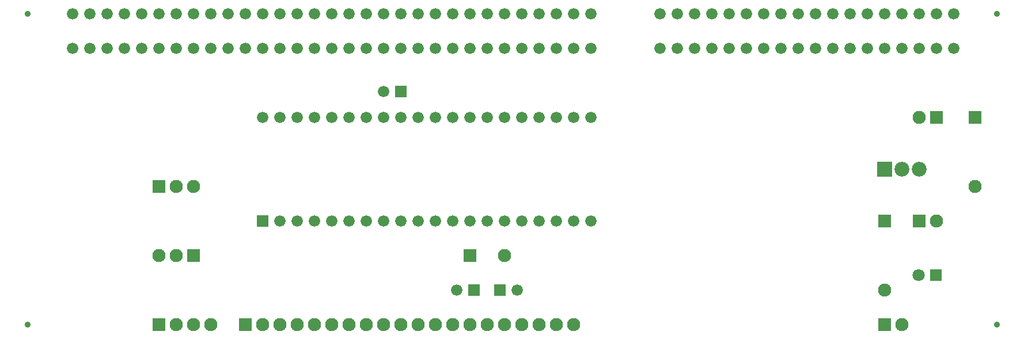
<source format=gbr>
G04 Title: PIC18f452-3COM3C509b-Ethernet, solder mask component side *
G04 Creator: pcb-bin 20050127 *
G04 CreationDate: Sat Apr 23 10:34:43 2005 UTC *
G04 For: jan *
G04 Format: Gerber/RS-274X *
G04 PCB-Dimensions: 600000 220000 *
G04 PCB-Coordinate-Origin: lower left *
%MOIN*%
%FSLAX24Y24*%
%IPPOS*%
%ADD11C,0.0400*%
%ADD12C,0.0100*%
%ADD13C,0.0080*%
%ADD14R,0.0650X0.0650*%
%ADD15R,0.0710X0.0710*%
%ADD16C,0.0650*%
%ADD17C,0.0710*%
%ADD18R,0.0700X0.0700*%
%ADD19R,0.0760X0.0760*%
%ADD20C,0.0700*%
%ADD21C,0.0760*%
%ADD22C,0.0200*%
%ADD23R,0.0600X0.0600*%
%ADD24R,0.0660X0.0660*%
%ADD25C,0.0600*%
%ADD26C,0.0660*%
%ADD27R,0.0800X0.0800*%
%ADD28R,0.0860X0.0860*%
%ADD29C,0.0800*%
%ADD30C,0.0860*%
%ADD31C,0.1575*%
%ADD32C,0.0350*%
%LNGROUP_1*%
%LPD*%
G01X0Y0D02*
G54D15*X54490Y4840D03*
G54D17*X53490D03*
G54D19*X56750Y14000D03*
G54D21*Y10000D03*
G54D24*X23500Y15500D03*
G54D26*X22500D03*
G54D19*X9500Y10000D03*
G54D21*X10500D03*
X11500D03*
G54D24*X27750Y4000D03*
G54D26*X26750D03*
G54D24*X29250D03*
G54D26*X30250D03*
G54D19*X27500Y6000D03*
G54D21*X29500D03*
G54D19*X14500Y2000D03*
G54D21*X15500D03*
X16500D03*
X17500D03*
X18500D03*
X19500D03*
X20500D03*
X21500D03*
X22500D03*
X23500D03*
X24500D03*
X25500D03*
X26500D03*
X27500D03*
X28500D03*
X29500D03*
X30500D03*
X31500D03*
X32500D03*
X33500D03*
G54D19*X11500Y6000D03*
G54D21*X10500D03*
X9500D03*
G54D28*X51500Y11000D03*
G54D30*X52500D03*
X53500D03*
G54D19*Y8000D03*
G54D21*X54500D03*
G54D19*X51500Y2000D03*
G54D21*X52500D03*
G54D19*X54500Y14000D03*
G54D21*X53500D03*
G54D26*X4500Y18000D03*
X5500D03*
X6500D03*
X7500D03*
X8500D03*
X9500D03*
X10500D03*
X11500D03*
X12500D03*
X13500D03*
X14500D03*
X15500D03*
X16500D03*
X17500D03*
X18500D03*
X19500D03*
X20500D03*
X21500D03*
X22500D03*
X23500D03*
X24500D03*
X25500D03*
X26500D03*
X27500D03*
X28500D03*
X29500D03*
X30500D03*
X31500D03*
X32500D03*
X33500D03*
X34500D03*
X4500Y20000D03*
X5500D03*
X6500D03*
X7500D03*
X8500D03*
X9500D03*
X10500D03*
X11500D03*
X12500D03*
X13500D03*
X14500D03*
X15500D03*
X16500D03*
X17500D03*
X18500D03*
X19500D03*
X20500D03*
X21500D03*
X22500D03*
X23500D03*
X24500D03*
X25500D03*
X26500D03*
X27500D03*
X28500D03*
X29500D03*
X30500D03*
X31500D03*
X32500D03*
X33500D03*
X34500D03*
X38500Y18000D03*
X39500D03*
X40500D03*
X41500D03*
X42500D03*
X43500D03*
X44500D03*
X45500D03*
X46500D03*
X47500D03*
X48500D03*
X49500D03*
X50500D03*
X51500D03*
X52500D03*
X53500D03*
X54500D03*
X55500D03*
X38500Y20000D03*
X39500D03*
X40500D03*
X41500D03*
X42500D03*
X43500D03*
X44500D03*
X45500D03*
X46500D03*
X47500D03*
X48500D03*
X49500D03*
X50500D03*
X51500D03*
X52500D03*
X53500D03*
X54500D03*
X55500D03*
G54D19*X9500Y2000D03*
G54D21*X10500D03*
X11500D03*
X12500D03*
G54D24*X15500Y8000D03*
G54D26*X16500D03*
X17500D03*
X18500D03*
X19500D03*
X20500D03*
X21500D03*
X22500D03*
X23500D03*
X24500D03*
X25500D03*
X26500D03*
X27500D03*
X28500D03*
X29500D03*
X30500D03*
X31500D03*
X32500D03*
X33500D03*
X34500D03*
Y14000D03*
X33500D03*
X32500D03*
X31500D03*
X30500D03*
X29500D03*
X28500D03*
X27500D03*
X26500D03*
X25500D03*
X24500D03*
X23500D03*
X22500D03*
X21500D03*
X20500D03*
X19500D03*
X18500D03*
X17500D03*
X16500D03*
X15500D03*
G54D19*X51500Y8000D03*
G54D21*Y4000D03*
G54D32*X1900Y20000D03*
Y2000D03*
X58000D03*
Y20000D03*
M02*

</source>
